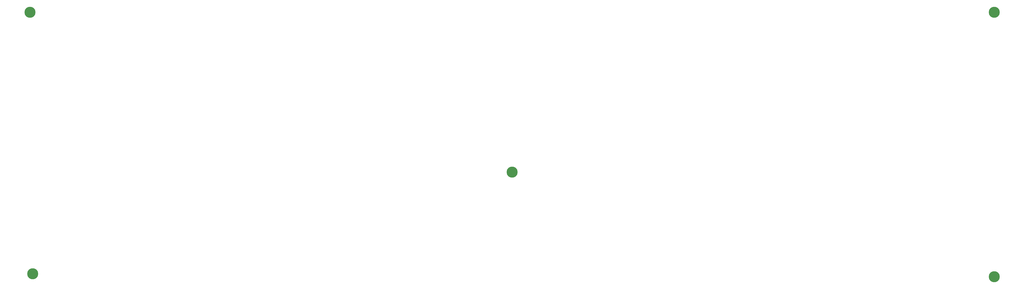
<source format=gbr>
%TF.GenerationSoftware,KiCad,Pcbnew,9.0.3*%
%TF.CreationDate,2025-08-01T16:02:23+05:00*%
%TF.ProjectId,bottom,626f7474-6f6d-42e6-9b69-6361645f7063,rev?*%
%TF.SameCoordinates,Original*%
%TF.FileFunction,Soldermask,Bot*%
%TF.FilePolarity,Negative*%
%FSLAX46Y46*%
G04 Gerber Fmt 4.6, Leading zero omitted, Abs format (unit mm)*
G04 Created by KiCad (PCBNEW 9.0.3) date 2025-08-01 16:02:23*
%MOMM*%
%LPD*%
G01*
G04 APERTURE LIST*
%ADD10C,3.800000*%
G04 APERTURE END LIST*
D10*
%TO.C,H10*%
X373482500Y-176499963D03*
%TD*%
%TO.C,H6*%
X41400000Y-85344963D03*
%TD*%
%TO.C,H9*%
X373482500Y-85344963D03*
%TD*%
%TO.C,H7*%
X42400000Y-175499963D03*
%TD*%
%TO.C,H8*%
X207441300Y-140474963D03*
%TD*%
M02*

</source>
